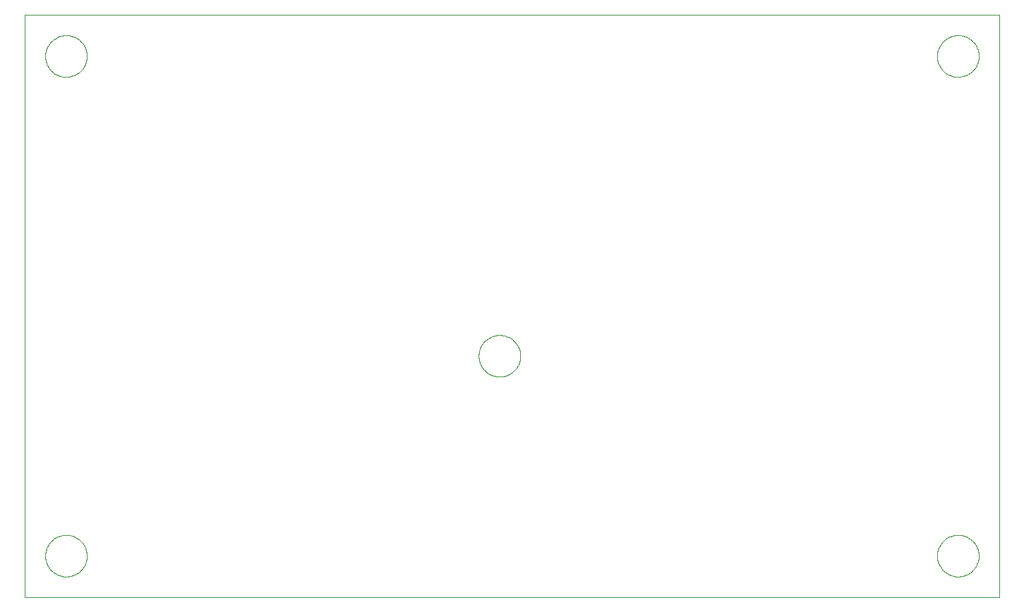
<source format=gko>
G75*
G70*
%OFA0B0*%
%FSLAX24Y24*%
%IPPOS*%
%LPD*%
%AMOC8*
5,1,8,0,0,1.08239X$1,22.5*
%
%ADD10C,0.0000*%
D10*
X001683Y002076D02*
X001683Y029635D01*
X047746Y029635D01*
X047746Y002076D01*
X001683Y002076D01*
X002668Y004045D02*
X002670Y004107D01*
X002676Y004170D01*
X002686Y004231D01*
X002700Y004292D01*
X002717Y004352D01*
X002738Y004411D01*
X002764Y004468D01*
X002792Y004523D01*
X002824Y004577D01*
X002860Y004628D01*
X002898Y004678D01*
X002940Y004724D01*
X002984Y004768D01*
X003032Y004809D01*
X003081Y004847D01*
X003133Y004881D01*
X003187Y004912D01*
X003243Y004940D01*
X003301Y004964D01*
X003360Y004985D01*
X003420Y005001D01*
X003481Y005014D01*
X003543Y005023D01*
X003605Y005028D01*
X003668Y005029D01*
X003730Y005026D01*
X003792Y005019D01*
X003854Y005008D01*
X003914Y004993D01*
X003974Y004975D01*
X004032Y004953D01*
X004089Y004927D01*
X004144Y004897D01*
X004197Y004864D01*
X004248Y004828D01*
X004296Y004789D01*
X004342Y004746D01*
X004385Y004701D01*
X004425Y004653D01*
X004462Y004603D01*
X004496Y004550D01*
X004527Y004496D01*
X004553Y004440D01*
X004577Y004382D01*
X004596Y004322D01*
X004612Y004262D01*
X004624Y004200D01*
X004632Y004139D01*
X004636Y004076D01*
X004636Y004014D01*
X004632Y003951D01*
X004624Y003890D01*
X004612Y003828D01*
X004596Y003768D01*
X004577Y003708D01*
X004553Y003650D01*
X004527Y003594D01*
X004496Y003540D01*
X004462Y003487D01*
X004425Y003437D01*
X004385Y003389D01*
X004342Y003344D01*
X004296Y003301D01*
X004248Y003262D01*
X004197Y003226D01*
X004144Y003193D01*
X004089Y003163D01*
X004032Y003137D01*
X003974Y003115D01*
X003914Y003097D01*
X003854Y003082D01*
X003792Y003071D01*
X003730Y003064D01*
X003668Y003061D01*
X003605Y003062D01*
X003543Y003067D01*
X003481Y003076D01*
X003420Y003089D01*
X003360Y003105D01*
X003301Y003126D01*
X003243Y003150D01*
X003187Y003178D01*
X003133Y003209D01*
X003081Y003243D01*
X003032Y003281D01*
X002984Y003322D01*
X002940Y003366D01*
X002898Y003412D01*
X002860Y003462D01*
X002824Y003513D01*
X002792Y003567D01*
X002764Y003622D01*
X002738Y003679D01*
X002717Y003738D01*
X002700Y003798D01*
X002686Y003859D01*
X002676Y003920D01*
X002670Y003983D01*
X002668Y004045D01*
X023140Y013494D02*
X023142Y013556D01*
X023148Y013619D01*
X023158Y013680D01*
X023172Y013741D01*
X023189Y013801D01*
X023210Y013860D01*
X023236Y013917D01*
X023264Y013972D01*
X023296Y014026D01*
X023332Y014077D01*
X023370Y014127D01*
X023412Y014173D01*
X023456Y014217D01*
X023504Y014258D01*
X023553Y014296D01*
X023605Y014330D01*
X023659Y014361D01*
X023715Y014389D01*
X023773Y014413D01*
X023832Y014434D01*
X023892Y014450D01*
X023953Y014463D01*
X024015Y014472D01*
X024077Y014477D01*
X024140Y014478D01*
X024202Y014475D01*
X024264Y014468D01*
X024326Y014457D01*
X024386Y014442D01*
X024446Y014424D01*
X024504Y014402D01*
X024561Y014376D01*
X024616Y014346D01*
X024669Y014313D01*
X024720Y014277D01*
X024768Y014238D01*
X024814Y014195D01*
X024857Y014150D01*
X024897Y014102D01*
X024934Y014052D01*
X024968Y013999D01*
X024999Y013945D01*
X025025Y013889D01*
X025049Y013831D01*
X025068Y013771D01*
X025084Y013711D01*
X025096Y013649D01*
X025104Y013588D01*
X025108Y013525D01*
X025108Y013463D01*
X025104Y013400D01*
X025096Y013339D01*
X025084Y013277D01*
X025068Y013217D01*
X025049Y013157D01*
X025025Y013099D01*
X024999Y013043D01*
X024968Y012989D01*
X024934Y012936D01*
X024897Y012886D01*
X024857Y012838D01*
X024814Y012793D01*
X024768Y012750D01*
X024720Y012711D01*
X024669Y012675D01*
X024616Y012642D01*
X024561Y012612D01*
X024504Y012586D01*
X024446Y012564D01*
X024386Y012546D01*
X024326Y012531D01*
X024264Y012520D01*
X024202Y012513D01*
X024140Y012510D01*
X024077Y012511D01*
X024015Y012516D01*
X023953Y012525D01*
X023892Y012538D01*
X023832Y012554D01*
X023773Y012575D01*
X023715Y012599D01*
X023659Y012627D01*
X023605Y012658D01*
X023553Y012692D01*
X023504Y012730D01*
X023456Y012771D01*
X023412Y012815D01*
X023370Y012861D01*
X023332Y012911D01*
X023296Y012962D01*
X023264Y013016D01*
X023236Y013071D01*
X023210Y013128D01*
X023189Y013187D01*
X023172Y013247D01*
X023158Y013308D01*
X023148Y013369D01*
X023142Y013432D01*
X023140Y013494D01*
X044794Y004045D02*
X044796Y004107D01*
X044802Y004170D01*
X044812Y004231D01*
X044826Y004292D01*
X044843Y004352D01*
X044864Y004411D01*
X044890Y004468D01*
X044918Y004523D01*
X044950Y004577D01*
X044986Y004628D01*
X045024Y004678D01*
X045066Y004724D01*
X045110Y004768D01*
X045158Y004809D01*
X045207Y004847D01*
X045259Y004881D01*
X045313Y004912D01*
X045369Y004940D01*
X045427Y004964D01*
X045486Y004985D01*
X045546Y005001D01*
X045607Y005014D01*
X045669Y005023D01*
X045731Y005028D01*
X045794Y005029D01*
X045856Y005026D01*
X045918Y005019D01*
X045980Y005008D01*
X046040Y004993D01*
X046100Y004975D01*
X046158Y004953D01*
X046215Y004927D01*
X046270Y004897D01*
X046323Y004864D01*
X046374Y004828D01*
X046422Y004789D01*
X046468Y004746D01*
X046511Y004701D01*
X046551Y004653D01*
X046588Y004603D01*
X046622Y004550D01*
X046653Y004496D01*
X046679Y004440D01*
X046703Y004382D01*
X046722Y004322D01*
X046738Y004262D01*
X046750Y004200D01*
X046758Y004139D01*
X046762Y004076D01*
X046762Y004014D01*
X046758Y003951D01*
X046750Y003890D01*
X046738Y003828D01*
X046722Y003768D01*
X046703Y003708D01*
X046679Y003650D01*
X046653Y003594D01*
X046622Y003540D01*
X046588Y003487D01*
X046551Y003437D01*
X046511Y003389D01*
X046468Y003344D01*
X046422Y003301D01*
X046374Y003262D01*
X046323Y003226D01*
X046270Y003193D01*
X046215Y003163D01*
X046158Y003137D01*
X046100Y003115D01*
X046040Y003097D01*
X045980Y003082D01*
X045918Y003071D01*
X045856Y003064D01*
X045794Y003061D01*
X045731Y003062D01*
X045669Y003067D01*
X045607Y003076D01*
X045546Y003089D01*
X045486Y003105D01*
X045427Y003126D01*
X045369Y003150D01*
X045313Y003178D01*
X045259Y003209D01*
X045207Y003243D01*
X045158Y003281D01*
X045110Y003322D01*
X045066Y003366D01*
X045024Y003412D01*
X044986Y003462D01*
X044950Y003513D01*
X044918Y003567D01*
X044890Y003622D01*
X044864Y003679D01*
X044843Y003738D01*
X044826Y003798D01*
X044812Y003859D01*
X044802Y003920D01*
X044796Y003983D01*
X044794Y004045D01*
X044794Y027667D02*
X044796Y027729D01*
X044802Y027792D01*
X044812Y027853D01*
X044826Y027914D01*
X044843Y027974D01*
X044864Y028033D01*
X044890Y028090D01*
X044918Y028145D01*
X044950Y028199D01*
X044986Y028250D01*
X045024Y028300D01*
X045066Y028346D01*
X045110Y028390D01*
X045158Y028431D01*
X045207Y028469D01*
X045259Y028503D01*
X045313Y028534D01*
X045369Y028562D01*
X045427Y028586D01*
X045486Y028607D01*
X045546Y028623D01*
X045607Y028636D01*
X045669Y028645D01*
X045731Y028650D01*
X045794Y028651D01*
X045856Y028648D01*
X045918Y028641D01*
X045980Y028630D01*
X046040Y028615D01*
X046100Y028597D01*
X046158Y028575D01*
X046215Y028549D01*
X046270Y028519D01*
X046323Y028486D01*
X046374Y028450D01*
X046422Y028411D01*
X046468Y028368D01*
X046511Y028323D01*
X046551Y028275D01*
X046588Y028225D01*
X046622Y028172D01*
X046653Y028118D01*
X046679Y028062D01*
X046703Y028004D01*
X046722Y027944D01*
X046738Y027884D01*
X046750Y027822D01*
X046758Y027761D01*
X046762Y027698D01*
X046762Y027636D01*
X046758Y027573D01*
X046750Y027512D01*
X046738Y027450D01*
X046722Y027390D01*
X046703Y027330D01*
X046679Y027272D01*
X046653Y027216D01*
X046622Y027162D01*
X046588Y027109D01*
X046551Y027059D01*
X046511Y027011D01*
X046468Y026966D01*
X046422Y026923D01*
X046374Y026884D01*
X046323Y026848D01*
X046270Y026815D01*
X046215Y026785D01*
X046158Y026759D01*
X046100Y026737D01*
X046040Y026719D01*
X045980Y026704D01*
X045918Y026693D01*
X045856Y026686D01*
X045794Y026683D01*
X045731Y026684D01*
X045669Y026689D01*
X045607Y026698D01*
X045546Y026711D01*
X045486Y026727D01*
X045427Y026748D01*
X045369Y026772D01*
X045313Y026800D01*
X045259Y026831D01*
X045207Y026865D01*
X045158Y026903D01*
X045110Y026944D01*
X045066Y026988D01*
X045024Y027034D01*
X044986Y027084D01*
X044950Y027135D01*
X044918Y027189D01*
X044890Y027244D01*
X044864Y027301D01*
X044843Y027360D01*
X044826Y027420D01*
X044812Y027481D01*
X044802Y027542D01*
X044796Y027605D01*
X044794Y027667D01*
X002668Y027667D02*
X002670Y027729D01*
X002676Y027792D01*
X002686Y027853D01*
X002700Y027914D01*
X002717Y027974D01*
X002738Y028033D01*
X002764Y028090D01*
X002792Y028145D01*
X002824Y028199D01*
X002860Y028250D01*
X002898Y028300D01*
X002940Y028346D01*
X002984Y028390D01*
X003032Y028431D01*
X003081Y028469D01*
X003133Y028503D01*
X003187Y028534D01*
X003243Y028562D01*
X003301Y028586D01*
X003360Y028607D01*
X003420Y028623D01*
X003481Y028636D01*
X003543Y028645D01*
X003605Y028650D01*
X003668Y028651D01*
X003730Y028648D01*
X003792Y028641D01*
X003854Y028630D01*
X003914Y028615D01*
X003974Y028597D01*
X004032Y028575D01*
X004089Y028549D01*
X004144Y028519D01*
X004197Y028486D01*
X004248Y028450D01*
X004296Y028411D01*
X004342Y028368D01*
X004385Y028323D01*
X004425Y028275D01*
X004462Y028225D01*
X004496Y028172D01*
X004527Y028118D01*
X004553Y028062D01*
X004577Y028004D01*
X004596Y027944D01*
X004612Y027884D01*
X004624Y027822D01*
X004632Y027761D01*
X004636Y027698D01*
X004636Y027636D01*
X004632Y027573D01*
X004624Y027512D01*
X004612Y027450D01*
X004596Y027390D01*
X004577Y027330D01*
X004553Y027272D01*
X004527Y027216D01*
X004496Y027162D01*
X004462Y027109D01*
X004425Y027059D01*
X004385Y027011D01*
X004342Y026966D01*
X004296Y026923D01*
X004248Y026884D01*
X004197Y026848D01*
X004144Y026815D01*
X004089Y026785D01*
X004032Y026759D01*
X003974Y026737D01*
X003914Y026719D01*
X003854Y026704D01*
X003792Y026693D01*
X003730Y026686D01*
X003668Y026683D01*
X003605Y026684D01*
X003543Y026689D01*
X003481Y026698D01*
X003420Y026711D01*
X003360Y026727D01*
X003301Y026748D01*
X003243Y026772D01*
X003187Y026800D01*
X003133Y026831D01*
X003081Y026865D01*
X003032Y026903D01*
X002984Y026944D01*
X002940Y026988D01*
X002898Y027034D01*
X002860Y027084D01*
X002824Y027135D01*
X002792Y027189D01*
X002764Y027244D01*
X002738Y027301D01*
X002717Y027360D01*
X002700Y027420D01*
X002686Y027481D01*
X002676Y027542D01*
X002670Y027605D01*
X002668Y027667D01*
M02*

</source>
